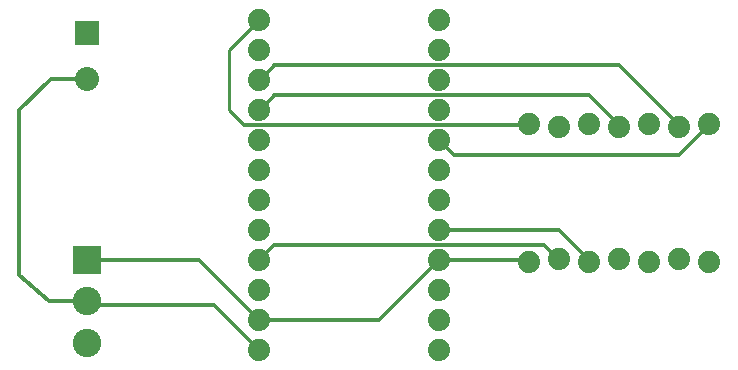
<source format=gbl>
G75*
G70*
%OFA0B0*%
%FSLAX24Y24*%
%IPPOS*%
%LPD*%
%AMOC8*
5,1,8,0,0,1.08239X$1,22.5*
%
%ADD10R,0.0800X0.0800*%
%ADD11C,0.0800*%
%ADD12R,0.0950X0.0950*%
%ADD13C,0.0950*%
%ADD14C,0.0740*%
%ADD15C,0.0120*%
%ADD16C,0.0100*%
D10*
X004890Y015710D03*
D11*
X004890Y014192D03*
D12*
X004890Y008140D03*
D13*
X004890Y005384D03*
X004890Y006762D03*
D14*
X010640Y007140D03*
X010640Y006140D03*
X010640Y005140D03*
X010640Y008140D03*
X010640Y009140D03*
X010640Y010140D03*
X010640Y011140D03*
X010640Y012140D03*
X010640Y013140D03*
X010640Y014140D03*
X010640Y015140D03*
X010640Y016140D03*
X016640Y016140D03*
X016640Y015140D03*
X016640Y014140D03*
X016640Y013140D03*
X016640Y012140D03*
X016640Y011140D03*
X016640Y010140D03*
X016640Y009140D03*
X016640Y008140D03*
X016640Y007140D03*
X016640Y006140D03*
X016640Y005140D03*
X019640Y008090D03*
X020640Y008190D03*
X021640Y008090D03*
X022640Y008190D03*
X023640Y008090D03*
X024640Y008190D03*
X025640Y008090D03*
X024640Y012590D03*
X025640Y012690D03*
X023640Y012690D03*
X022640Y012590D03*
X021640Y012690D03*
X020640Y012590D03*
X019640Y012690D03*
D15*
X019640Y012640D01*
X010140Y012640D01*
X011140Y013640D02*
X021640Y013640D01*
X022640Y012640D01*
X024640Y012640D02*
X022640Y014640D01*
X011140Y014640D01*
X016640Y012140D02*
X017140Y011640D01*
X024640Y011640D01*
X025640Y012640D01*
X021640Y008140D02*
X020640Y009140D01*
X016640Y009140D01*
X016640Y008140D02*
X019640Y008140D01*
X020140Y008640D02*
X020640Y008140D01*
X020140Y008640D02*
X011140Y008640D01*
X010640Y008140D01*
X008640Y008140D02*
X004890Y008140D01*
X004890Y006762D02*
X003640Y006790D01*
X002640Y007640D01*
X002640Y013140D01*
X003692Y014192D01*
X004890Y014192D01*
X008640Y008140D02*
X010640Y006140D01*
X014640Y006140D01*
X016640Y008140D01*
X021640Y008140D02*
X021640Y008090D01*
X010640Y005140D02*
X009140Y006640D01*
X005140Y006640D01*
X004890Y006762D01*
D16*
X010140Y012640D02*
X009640Y013140D01*
X009640Y015140D01*
X010640Y016140D01*
X011140Y014640D02*
X010640Y014140D01*
X011140Y013640D02*
X010640Y013140D01*
X019640Y008140D02*
X019640Y008090D01*
X020640Y008140D02*
X020640Y008190D01*
X023640Y008140D02*
X023640Y008090D01*
X025640Y008140D02*
X025640Y008090D01*
X024640Y012590D02*
X024640Y012640D01*
X025640Y012640D02*
X025640Y012690D01*
X022640Y012640D02*
X022640Y012590D01*
M02*

</source>
